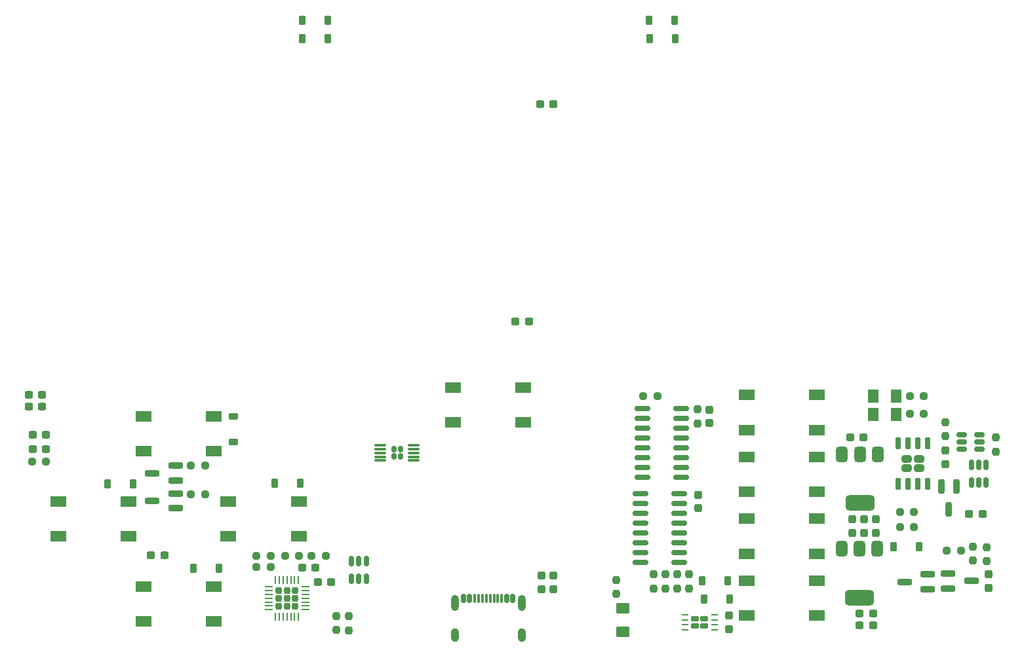
<source format=gbr>
%TF.GenerationSoftware,KiCad,Pcbnew,9.0.2*%
%TF.CreationDate,2025-08-14T03:12:12+07:00*%
%TF.ProjectId,Gamepad PCB,47616d65-7061-4642-9050-43422e6b6963,v03*%
%TF.SameCoordinates,Original*%
%TF.FileFunction,Paste,Top*%
%TF.FilePolarity,Positive*%
%FSLAX46Y46*%
G04 Gerber Fmt 4.6, Leading zero omitted, Abs format (unit mm)*
G04 Created by KiCad (PCBNEW 9.0.2) date 2025-08-14 03:12:12*
%MOMM*%
%LPD*%
G01*
G04 APERTURE LIST*
G04 Aperture macros list*
%AMRoundRect*
0 Rectangle with rounded corners*
0 $1 Rounding radius*
0 $2 $3 $4 $5 $6 $7 $8 $9 X,Y pos of 4 corners*
0 Add a 4 corners polygon primitive as box body*
4,1,4,$2,$3,$4,$5,$6,$7,$8,$9,$2,$3,0*
0 Add four circle primitives for the rounded corners*
1,1,$1+$1,$2,$3*
1,1,$1+$1,$4,$5*
1,1,$1+$1,$6,$7*
1,1,$1+$1,$8,$9*
0 Add four rect primitives between the rounded corners*
20,1,$1+$1,$2,$3,$4,$5,0*
20,1,$1+$1,$4,$5,$6,$7,0*
20,1,$1+$1,$6,$7,$8,$9,0*
20,1,$1+$1,$8,$9,$2,$3,0*%
G04 Aperture macros list end*
%ADD10RoundRect,0.237500X0.250000X0.237500X-0.250000X0.237500X-0.250000X-0.237500X0.250000X-0.237500X0*%
%ADD11RoundRect,0.250001X0.462499X0.624999X-0.462499X0.624999X-0.462499X-0.624999X0.462499X-0.624999X0*%
%ADD12R,2.100000X1.400000*%
%ADD13RoundRect,0.237500X-0.237500X0.250000X-0.237500X-0.250000X0.237500X-0.250000X0.237500X0.250000X0*%
%ADD14RoundRect,0.182500X0.302500X0.182500X-0.302500X0.182500X-0.302500X-0.182500X0.302500X-0.182500X0*%
%ADD15RoundRect,0.062500X0.387500X0.062500X-0.387500X0.062500X-0.387500X-0.062500X0.387500X-0.062500X0*%
%ADD16RoundRect,0.075000X-0.650000X-0.075000X0.650000X-0.075000X0.650000X0.075000X-0.650000X0.075000X0*%
%ADD17RoundRect,0.175000X-0.175000X-0.220000X0.175000X-0.220000X0.175000X0.220000X-0.175000X0.220000X0*%
%ADD18RoundRect,0.062500X0.062500X0.412500X-0.062500X0.412500X-0.062500X-0.412500X0.062500X-0.412500X0*%
%ADD19RoundRect,0.062500X0.412500X0.062500X-0.412500X0.062500X-0.412500X-0.062500X0.412500X-0.062500X0*%
%ADD20RoundRect,0.207500X0.207500X0.207500X-0.207500X0.207500X-0.207500X-0.207500X0.207500X-0.207500X0*%
%ADD21RoundRect,0.200000X0.750000X0.200000X-0.750000X0.200000X-0.750000X-0.200000X0.750000X-0.200000X0*%
%ADD22RoundRect,0.237500X0.300000X0.237500X-0.300000X0.237500X-0.300000X-0.237500X0.300000X-0.237500X0*%
%ADD23RoundRect,0.237500X-0.300000X-0.237500X0.300000X-0.237500X0.300000X0.237500X-0.300000X0.237500X0*%
%ADD24RoundRect,0.150000X0.850000X0.150000X-0.850000X0.150000X-0.850000X-0.150000X0.850000X-0.150000X0*%
%ADD25RoundRect,0.200000X-0.750000X-0.200000X0.750000X-0.200000X0.750000X0.200000X-0.750000X0.200000X0*%
%ADD26RoundRect,0.237500X-0.250000X-0.237500X0.250000X-0.237500X0.250000X0.237500X-0.250000X0.237500X0*%
%ADD27RoundRect,0.237500X-0.237500X0.300000X-0.237500X-0.300000X0.237500X-0.300000X0.237500X0.300000X0*%
%ADD28RoundRect,0.225000X0.225000X0.375000X-0.225000X0.375000X-0.225000X-0.375000X0.225000X-0.375000X0*%
%ADD29RoundRect,0.150000X0.512500X0.150000X-0.512500X0.150000X-0.512500X-0.150000X0.512500X-0.150000X0*%
%ADD30RoundRect,0.250001X0.624999X-0.462499X0.624999X0.462499X-0.624999X0.462499X-0.624999X-0.462499X0*%
%ADD31RoundRect,0.225000X-0.225000X-0.375000X0.225000X-0.375000X0.225000X0.375000X-0.225000X0.375000X0*%
%ADD32RoundRect,0.375000X-0.375000X0.625000X-0.375000X-0.625000X0.375000X-0.625000X0.375000X0.625000X0*%
%ADD33RoundRect,0.500000X-1.400000X0.500000X-1.400000X-0.500000X1.400000X-0.500000X1.400000X0.500000X0*%
%ADD34RoundRect,0.237500X0.237500X-0.250000X0.237500X0.250000X-0.237500X0.250000X-0.237500X-0.250000X0*%
%ADD35RoundRect,0.237500X0.237500X-0.300000X0.237500X0.300000X-0.237500X0.300000X-0.237500X-0.300000X0*%
%ADD36RoundRect,0.200000X-0.200000X0.750000X-0.200000X-0.750000X0.200000X-0.750000X0.200000X0.750000X0*%
%ADD37RoundRect,0.150000X0.150000X-0.512500X0.150000X0.512500X-0.150000X0.512500X-0.150000X-0.512500X0*%
%ADD38RoundRect,0.150000X-0.150000X-0.425000X0.150000X-0.425000X0.150000X0.425000X-0.150000X0.425000X0*%
%ADD39RoundRect,0.075000X-0.075000X-0.500000X0.075000X-0.500000X0.075000X0.500000X-0.075000X0.500000X0*%
%ADD40O,1.000000X2.100000*%
%ADD41O,1.000000X1.800000*%
%ADD42RoundRect,0.150000X-0.150000X0.512500X-0.150000X-0.512500X0.150000X-0.512500X0.150000X0.512500X0*%
%ADD43RoundRect,0.225000X0.375000X-0.225000X0.375000X0.225000X-0.375000X0.225000X-0.375000X-0.225000X0*%
%ADD44RoundRect,0.242500X0.402500X-0.242500X0.402500X0.242500X-0.402500X0.242500X-0.402500X-0.242500X0*%
%ADD45RoundRect,0.150000X0.150000X-0.650000X0.150000X0.650000X-0.150000X0.650000X-0.150000X-0.650000X0*%
G04 APERTURE END LIST*
D10*
%TO.C,R9*%
X210275000Y-107450000D03*
X208450000Y-107450000D03*
%TD*%
D11*
%TO.C,D3*%
X203687500Y-105150000D03*
X206662500Y-105150000D03*
%TD*%
D10*
%TO.C,R8*%
X208462500Y-105150000D03*
X210287500Y-105150000D03*
%TD*%
D12*
%TO.C,SW10*%
X129550000Y-123250000D03*
X120450000Y-123250000D03*
X129550000Y-118750000D03*
X120450000Y-118750000D03*
%TD*%
D13*
%TO.C,R3*%
X218400000Y-124687500D03*
X218400000Y-126512500D03*
%TD*%
D14*
%TO.C,U2*%
X181900000Y-134825000D03*
X181900000Y-133925000D03*
X180700000Y-134825000D03*
X180700000Y-133925000D03*
D15*
X183200000Y-135350000D03*
X183200000Y-134700000D03*
X183200000Y-134050000D03*
X183200000Y-133400000D03*
X179400000Y-133400000D03*
X179400000Y-134050000D03*
X179400000Y-134700000D03*
X179400000Y-135350000D03*
%TD*%
D16*
%TO.C,U11*%
X144370000Y-111470000D03*
X144370000Y-111970000D03*
X144370000Y-112470000D03*
X144370000Y-112970000D03*
X144370000Y-113470000D03*
X140070000Y-113470000D03*
X140070000Y-112970000D03*
X140070000Y-112470000D03*
X140070000Y-111970000D03*
X140070000Y-111470000D03*
D17*
X142640000Y-112940000D03*
X142640000Y-112000000D03*
X141800000Y-112940000D03*
X141800000Y-112000000D03*
%TD*%
D18*
%TO.C,U10*%
X129500000Y-133645000D03*
X129000000Y-133645000D03*
X128500000Y-133645000D03*
X128000000Y-133645001D03*
X127500000Y-133645000D03*
X127000000Y-133645000D03*
X126500000Y-133645000D03*
D19*
X125625000Y-132770000D03*
X125625000Y-132270000D03*
X125625000Y-131770000D03*
X125624999Y-131270000D03*
X125625000Y-130770000D03*
X125625000Y-130270000D03*
X125625000Y-129770000D03*
D18*
X126500000Y-128895000D03*
X127000000Y-128895000D03*
X127500000Y-128895000D03*
X128000000Y-128894999D03*
X128500000Y-128895000D03*
X129000000Y-128895000D03*
X129500000Y-128895000D03*
D19*
X130375000Y-129770000D03*
X130375000Y-130270000D03*
X130375000Y-130770000D03*
X130375001Y-131270000D03*
X130375000Y-131770000D03*
X130375000Y-132270000D03*
X130375000Y-132770000D03*
D20*
X126970000Y-130240000D03*
X126970000Y-131270000D03*
X126970000Y-132300000D03*
X128000000Y-130240000D03*
X128000000Y-131270000D03*
X128000000Y-132300000D03*
X129030000Y-130240000D03*
X129030000Y-131270000D03*
X129030000Y-132300000D03*
%TD*%
D21*
%TO.C,Q4*%
X110600000Y-118700000D03*
X113600000Y-117750000D03*
X113600000Y-119650000D03*
%TD*%
D12*
%TO.C,SW6*%
X109450000Y-107750000D03*
X118550000Y-107750000D03*
X109450000Y-112250000D03*
X118550000Y-112250000D03*
%TD*%
D22*
%TO.C,C14*%
X96900000Y-112000000D03*
X95174998Y-112000000D03*
%TD*%
D12*
%TO.C,SW9*%
X187360000Y-113000000D03*
X196460000Y-113000000D03*
X187360000Y-117500000D03*
X196460000Y-117500000D03*
%TD*%
D23*
%TO.C,C22*%
X94637499Y-106500000D03*
X96362501Y-106500000D03*
%TD*%
D24*
%TO.C,U12*%
X178900000Y-115620001D03*
X178900000Y-114350000D03*
X178900000Y-113079999D03*
X178900000Y-111810000D03*
X178900000Y-110540000D03*
X178900000Y-109270001D03*
X178900000Y-108000000D03*
X178900000Y-106729999D03*
X173900000Y-106729999D03*
X173900000Y-108000000D03*
X173900000Y-109270001D03*
X173900000Y-110540000D03*
X173900000Y-111810000D03*
X173900000Y-113079999D03*
X173900000Y-114350000D03*
X173900000Y-115620001D03*
%TD*%
D10*
%TO.C,R24*%
X175875000Y-105125000D03*
X174050000Y-105125000D03*
%TD*%
D25*
%TO.C,Q5*%
X213400000Y-128100000D03*
X213400000Y-130000000D03*
X216400000Y-129050000D03*
%TD*%
D26*
%TO.C,R20*%
X124050000Y-127270000D03*
X125875000Y-127270000D03*
%TD*%
D27*
%TO.C,C18*%
X218600000Y-128200000D03*
X218600000Y-129925002D03*
%TD*%
%TO.C,C23*%
X182600000Y-106875000D03*
X182600000Y-108600002D03*
%TD*%
D13*
%TO.C,R21*%
X175400000Y-128175000D03*
X175400000Y-130000000D03*
%TD*%
%TO.C,R4*%
X216600000Y-124575000D03*
X216600000Y-126400000D03*
%TD*%
D28*
%TO.C,D8*%
X119200000Y-127400000D03*
X115900000Y-127400000D03*
%TD*%
D29*
%TO.C,U8*%
X217400000Y-112000000D03*
X217400000Y-111050001D03*
X217400000Y-110100002D03*
X215125000Y-110100002D03*
X215125000Y-111050001D03*
X215125000Y-112000000D03*
%TD*%
D13*
%TO.C,R5*%
X219600000Y-110500000D03*
X219600000Y-112325000D03*
%TD*%
D22*
%TO.C,C3*%
X157524998Y-95500000D03*
X159250000Y-95500000D03*
%TD*%
D12*
%TO.C,SW13*%
X196460000Y-121000000D03*
X187360000Y-121000000D03*
X187360000Y-125500000D03*
X196460000Y-125500000D03*
%TD*%
D22*
%TO.C,C26*%
X112162501Y-125700000D03*
X110437499Y-125700000D03*
%TD*%
D12*
%TO.C,SW17*%
X187360000Y-129000000D03*
X196460000Y-129000000D03*
X187360000Y-133500000D03*
X196460000Y-133500000D03*
%TD*%
D22*
%TO.C,C27*%
X162425002Y-67400000D03*
X160700000Y-67400000D03*
%TD*%
D27*
%TO.C,C12*%
X202500000Y-121074998D03*
X202500000Y-122800000D03*
%TD*%
D30*
%TO.C,D5*%
X171400000Y-135575000D03*
X171400000Y-132600000D03*
%TD*%
D27*
%TO.C,C7*%
X201000000Y-121074998D03*
X201000000Y-122800000D03*
%TD*%
D28*
%TO.C,D12*%
X108150000Y-116500000D03*
X104850000Y-116500000D03*
%TD*%
D10*
%TO.C,R17*%
X132993750Y-125770000D03*
X131168750Y-125770000D03*
%TD*%
D31*
%TO.C,D17*%
X181900000Y-131400000D03*
X185200000Y-131400000D03*
%TD*%
D23*
%TO.C,C24*%
X131975000Y-129200000D03*
X133700000Y-129200000D03*
%TD*%
D26*
%TO.C,R11*%
X115587500Y-114125001D03*
X117412500Y-114125001D03*
%TD*%
D21*
%TO.C,Q6*%
X210750000Y-130100000D03*
X210750000Y-128200000D03*
X207750000Y-129150000D03*
%TD*%
D13*
%TO.C,R25*%
X179900000Y-128175000D03*
X179900000Y-130000000D03*
%TD*%
D23*
%TO.C,C9*%
X201974998Y-134800000D03*
X203700000Y-134800000D03*
%TD*%
D28*
%TO.C,D14*%
X133300000Y-56500000D03*
X130000000Y-56500000D03*
%TD*%
D32*
%TO.C,U5*%
X204300000Y-112650000D03*
X202000000Y-112650001D03*
D33*
X202000000Y-118949999D03*
D32*
X199700000Y-112650000D03*
%TD*%
D26*
%TO.C,R22*%
X127756250Y-125770000D03*
X129581250Y-125770000D03*
%TD*%
D11*
%TO.C,D2*%
X206700000Y-107500000D03*
X203725000Y-107500000D03*
%TD*%
D34*
%TO.C,R16*%
X134400000Y-135400000D03*
X134400000Y-133575000D03*
%TD*%
D26*
%TO.C,R2*%
X115587500Y-117800000D03*
X117412500Y-117800000D03*
%TD*%
D35*
%TO.C,C1*%
X185100000Y-135262501D03*
X185100000Y-133537499D03*
%TD*%
D13*
%TO.C,R27*%
X176900000Y-128175000D03*
X176900000Y-130000000D03*
%TD*%
D22*
%TO.C,C21*%
X96362501Y-105000000D03*
X94637499Y-105000000D03*
%TD*%
D12*
%TO.C,SW1*%
X149450000Y-104050000D03*
X158550000Y-104050000D03*
X149450000Y-108550000D03*
X158550000Y-108550000D03*
%TD*%
D21*
%TO.C,Q2*%
X113600000Y-116050000D03*
X113600000Y-114150000D03*
X110600000Y-115100000D03*
%TD*%
D36*
%TO.C,Q1*%
X214450000Y-116800000D03*
X212550000Y-116800000D03*
X213500000Y-119800000D03*
%TD*%
D27*
%TO.C,C19*%
X213050000Y-112187499D03*
X213050000Y-113912501D03*
%TD*%
D23*
%TO.C,C11*%
X200725000Y-110500000D03*
X202450000Y-110500000D03*
%TD*%
D35*
%TO.C,C5*%
X162400000Y-130100000D03*
X162400000Y-128374998D03*
%TD*%
D13*
%TO.C,R26*%
X178400000Y-128175000D03*
X178400000Y-130000000D03*
%TD*%
D34*
%TO.C,R28*%
X170500000Y-130712500D03*
X170500000Y-128887500D03*
%TD*%
%TO.C,R18*%
X136000000Y-135425000D03*
X136000000Y-133600000D03*
%TD*%
D27*
%TO.C,C28*%
X181150000Y-117925000D03*
X181150000Y-119650002D03*
%TD*%
D26*
%TO.C,R7*%
X213225000Y-125100000D03*
X215050000Y-125100000D03*
%TD*%
D28*
%TO.C,D16*%
X129700000Y-116400000D03*
X126400000Y-116400000D03*
%TD*%
D23*
%TO.C,C17*%
X216125000Y-120350000D03*
X217850000Y-120350000D03*
%TD*%
D31*
%TO.C,D1*%
X206350000Y-124600000D03*
X209650000Y-124600000D03*
%TD*%
%TO.C,D10*%
X174800000Y-56500000D03*
X178100000Y-56500000D03*
%TD*%
D23*
%TO.C,C8*%
X201974997Y-133239999D03*
X203699999Y-133239999D03*
%TD*%
D12*
%TO.C,SW14*%
X98450000Y-118750000D03*
X107550000Y-118750000D03*
X98450000Y-123250000D03*
X107550000Y-123250000D03*
%TD*%
D37*
%TO.C,U3*%
X136350002Y-128750000D03*
X137300001Y-128750000D03*
X138250000Y-128750000D03*
X138250000Y-126475000D03*
X137300001Y-126475000D03*
X136350002Y-126475000D03*
%TD*%
D12*
%TO.C,SW5*%
X187360000Y-105000000D03*
X196460000Y-105000000D03*
X187360000Y-109500000D03*
X196460000Y-109500000D03*
%TD*%
D23*
%TO.C,C15*%
X95174999Y-110150000D03*
X96899999Y-110150000D03*
%TD*%
%TO.C,C25*%
X129975000Y-127300000D03*
X131700000Y-127300000D03*
%TD*%
D27*
%TO.C,C13*%
X204100000Y-121074998D03*
X204100000Y-122800000D03*
%TD*%
D26*
%TO.C,R23*%
X124050000Y-125770000D03*
X125875000Y-125770000D03*
%TD*%
D35*
%TO.C,C4*%
X160900000Y-130075002D03*
X160900000Y-128350000D03*
%TD*%
D31*
%TO.C,D6*%
X174850000Y-58900000D03*
X178150000Y-58900000D03*
%TD*%
D34*
%TO.C,R6*%
X213050000Y-110325000D03*
X213050000Y-108500000D03*
%TD*%
D24*
%TO.C,U13*%
X178650000Y-126620001D03*
X178650000Y-125350000D03*
X178650000Y-124079999D03*
X178650000Y-122810000D03*
X178650000Y-121540000D03*
X178650000Y-120270001D03*
X178650000Y-119000000D03*
X178650000Y-117729999D03*
X173650000Y-117729999D03*
X173650000Y-119000000D03*
X173650000Y-120270001D03*
X173650000Y-121540000D03*
X173650000Y-122810000D03*
X173650000Y-124079999D03*
X173650000Y-125350000D03*
X173650000Y-126620001D03*
%TD*%
D10*
%TO.C,R1*%
X209000000Y-122100000D03*
X207175000Y-122100000D03*
%TD*%
D38*
%TO.C,J1*%
X150800000Y-131320000D03*
X151600000Y-131320000D03*
D39*
X152750000Y-131320001D03*
X153750000Y-131320000D03*
X154250000Y-131320000D03*
X155250000Y-131320001D03*
D38*
X156400000Y-131320000D03*
X157200000Y-131320000D03*
X157200000Y-131320000D03*
X156400000Y-131320000D03*
D39*
X155750000Y-131320000D03*
X154750000Y-131320000D03*
X153250000Y-131320000D03*
X152250000Y-131320000D03*
D38*
X151600000Y-131320000D03*
X150800000Y-131320000D03*
D40*
X149680000Y-131895000D03*
D41*
X149680000Y-136075000D03*
D40*
X158320000Y-131895000D03*
D41*
X158320000Y-136075000D03*
%TD*%
D10*
%TO.C,R10*%
X209000000Y-120100000D03*
X207175000Y-120100000D03*
%TD*%
D42*
%TO.C,U9*%
X218300000Y-114025000D03*
X217350001Y-114025000D03*
X216400002Y-114025000D03*
X216400002Y-116300000D03*
X217350001Y-116300000D03*
X218300000Y-116300000D03*
%TD*%
D43*
%TO.C,D20*%
X121100000Y-111050000D03*
X121100000Y-107750000D03*
%TD*%
D28*
%TO.C,D18*%
X133300000Y-58900000D03*
X130000000Y-58900000D03*
%TD*%
D12*
%TO.C,SW18*%
X118550000Y-134250000D03*
X109450000Y-129750000D03*
X118550000Y-129750000D03*
X109450000Y-134250000D03*
%TD*%
D34*
%TO.C,R19*%
X181050000Y-108675000D03*
X181050000Y-106850000D03*
%TD*%
D10*
%TO.C,R15*%
X96912500Y-113600000D03*
X95087500Y-113600000D03*
%TD*%
D32*
%TO.C,U1*%
X204250000Y-124900001D03*
X201950000Y-124900002D03*
D33*
X201950000Y-131200000D03*
D32*
X199650000Y-124900001D03*
%TD*%
D31*
%TO.C,D21*%
X181600000Y-129000000D03*
X184900000Y-129000000D03*
%TD*%
D44*
%TO.C,U7*%
X208050000Y-114450000D03*
X209650000Y-114450000D03*
X208050000Y-113250000D03*
X209650000Y-113250000D03*
D45*
X206945000Y-116500000D03*
X208215000Y-116500000D03*
X209485000Y-116500000D03*
X210755000Y-116500000D03*
X210755000Y-111200000D03*
X209485000Y-111200000D03*
X208215000Y-111200000D03*
X206945000Y-111200000D03*
%TD*%
M02*

</source>
